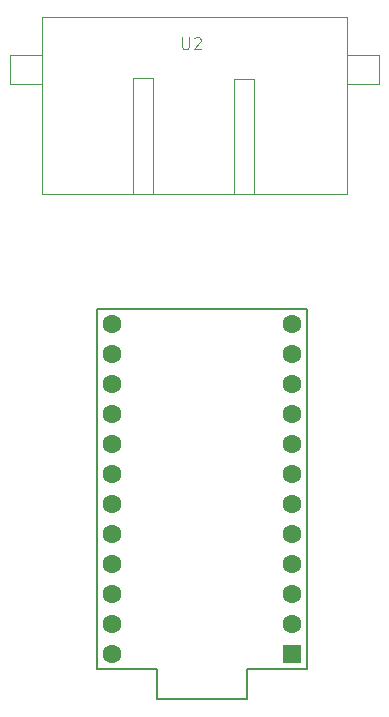
<source format=gbr>
%TF.GenerationSoftware,KiCad,Pcbnew,7.0.6*%
%TF.CreationDate,2023-08-29T00:28:29+01:00*%
%TF.ProjectId,NESInterface,4e455349-6e74-4657-9266-6163652e6b69,rev?*%
%TF.SameCoordinates,Original*%
%TF.FileFunction,Legend,Top*%
%TF.FilePolarity,Positive*%
%FSLAX46Y46*%
G04 Gerber Fmt 4.6, Leading zero omitted, Abs format (unit mm)*
G04 Created by KiCad (PCBNEW 7.0.6) date 2023-08-29 00:28:29*
%MOMM*%
%LPD*%
G01*
G04 APERTURE LIST*
%ADD10C,0.100000*%
%ADD11C,0.150000*%
%ADD12C,1.600000*%
%ADD13R,1.600000X1.600000*%
G04 APERTURE END LIST*
D10*
X93550339Y-69710766D02*
X93550339Y-70520289D01*
X93550339Y-70520289D02*
X93597958Y-70615527D01*
X93597958Y-70615527D02*
X93645577Y-70663147D01*
X93645577Y-70663147D02*
X93740815Y-70710766D01*
X93740815Y-70710766D02*
X93931291Y-70710766D01*
X93931291Y-70710766D02*
X94026529Y-70663147D01*
X94026529Y-70663147D02*
X94074148Y-70615527D01*
X94074148Y-70615527D02*
X94121767Y-70520289D01*
X94121767Y-70520289D02*
X94121767Y-69710766D01*
X94550339Y-69806004D02*
X94597958Y-69758385D01*
X94597958Y-69758385D02*
X94693196Y-69710766D01*
X94693196Y-69710766D02*
X94931291Y-69710766D01*
X94931291Y-69710766D02*
X95026529Y-69758385D01*
X95026529Y-69758385D02*
X95074148Y-69806004D01*
X95074148Y-69806004D02*
X95121767Y-69901242D01*
X95121767Y-69901242D02*
X95121767Y-69996480D01*
X95121767Y-69996480D02*
X95074148Y-70139337D01*
X95074148Y-70139337D02*
X94502720Y-70710766D01*
X94502720Y-70710766D02*
X95121767Y-70710766D01*
D11*
%TO.C,U1*%
X86360000Y-92710000D02*
X104140000Y-92710000D01*
X86360000Y-123190000D02*
X86360000Y-92710000D01*
X91440000Y-123190000D02*
X86360000Y-123190000D01*
X91440000Y-125730000D02*
X91440000Y-123190000D01*
X99060000Y-125730000D02*
X91440000Y-125730000D01*
X99060000Y-123190000D02*
X99060000Y-125730000D01*
X104140000Y-123190000D02*
X99060000Y-123190000D01*
X104140000Y-123190000D02*
X104140000Y-92710000D01*
D10*
%TO.C,U2*%
X107499514Y-71206777D02*
X110194795Y-71206777D01*
X110194795Y-71206777D02*
X110194795Y-73641347D01*
X110194795Y-73641347D02*
X107499514Y-73641347D01*
X107499514Y-73641347D02*
X107499514Y-71206777D01*
X97944933Y-73196712D02*
X99590663Y-73196712D01*
X99590663Y-73196712D02*
X99590663Y-82953346D01*
X99590663Y-82953346D02*
X97944933Y-82953346D01*
X97944933Y-82953346D02*
X97944933Y-73196712D01*
X89393591Y-73116040D02*
X91039321Y-73116040D01*
X91039321Y-73116040D02*
X91039321Y-82955235D01*
X91039321Y-82955235D02*
X89393591Y-82955235D01*
X89393591Y-82955235D02*
X89393591Y-73116040D01*
X81657529Y-67985052D02*
X107495655Y-67985052D01*
X107495655Y-67985052D02*
X107495655Y-82953347D01*
X107495655Y-82953347D02*
X81657529Y-82953347D01*
X81657529Y-82953347D02*
X81657529Y-67985052D01*
X78952096Y-71161350D02*
X81662710Y-71161350D01*
X81662710Y-71161350D02*
X81662710Y-73646080D01*
X81662710Y-73646080D02*
X78952096Y-73646080D01*
X78952096Y-73646080D02*
X78952096Y-71161350D01*
%TD*%
D12*
%TO.C,U1*%
X87630000Y-121920000D03*
X87630000Y-119380000D03*
X87630000Y-116840000D03*
X87630000Y-114300000D03*
X87630000Y-111760000D03*
X87630000Y-109220000D03*
X87630000Y-106680000D03*
X87630000Y-104140000D03*
X87630000Y-101600000D03*
X87630000Y-99060000D03*
X87630000Y-96520000D03*
X87630000Y-93980000D03*
X102870000Y-93980000D03*
X102870000Y-96520000D03*
X102870000Y-99060000D03*
X102870000Y-101600000D03*
X102870000Y-104140000D03*
X102870000Y-106680000D03*
X102870000Y-109220000D03*
X102870000Y-111760000D03*
X102870000Y-114300000D03*
X102870000Y-116840000D03*
X102870000Y-119380000D03*
D13*
X102870000Y-121920000D03*
%TD*%
M02*

</source>
